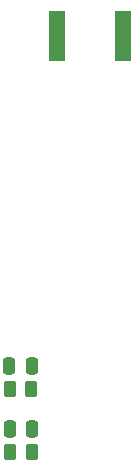
<source format=gbp>
%TF.GenerationSoftware,KiCad,Pcbnew,(7.0.0)*%
%TF.CreationDate,2023-11-22T19:41:51+05:30*%
%TF.ProjectId,Drone_Controller_3.0,44726f6e-655f-4436-9f6e-74726f6c6c65,rev?*%
%TF.SameCoordinates,Original*%
%TF.FileFunction,Paste,Bot*%
%TF.FilePolarity,Positive*%
%FSLAX46Y46*%
G04 Gerber Fmt 4.6, Leading zero omitted, Abs format (unit mm)*
G04 Created by KiCad (PCBNEW (7.0.0)) date 2023-11-22 19:41:51*
%MOMM*%
%LPD*%
G01*
G04 APERTURE LIST*
G04 Aperture macros list*
%AMRoundRect*
0 Rectangle with rounded corners*
0 $1 Rounding radius*
0 $2 $3 $4 $5 $6 $7 $8 $9 X,Y pos of 4 corners*
0 Add a 4 corners polygon primitive as box body*
4,1,4,$2,$3,$4,$5,$6,$7,$8,$9,$2,$3,0*
0 Add four circle primitives for the rounded corners*
1,1,$1+$1,$2,$3*
1,1,$1+$1,$4,$5*
1,1,$1+$1,$6,$7*
1,1,$1+$1,$8,$9*
0 Add four rect primitives between the rounded corners*
20,1,$1+$1,$2,$3,$4,$5,0*
20,1,$1+$1,$4,$5,$6,$7,0*
20,1,$1+$1,$6,$7,$8,$9,0*
20,1,$1+$1,$8,$9,$2,$3,0*%
G04 Aperture macros list end*
%ADD10R,1.350000X4.200000*%
%ADD11RoundRect,0.250000X0.262500X0.450000X-0.262500X0.450000X-0.262500X-0.450000X0.262500X-0.450000X0*%
%ADD12RoundRect,0.250000X0.250000X0.475000X-0.250000X0.475000X-0.250000X-0.475000X0.250000X-0.475000X0*%
%ADD13RoundRect,0.250000X-0.250000X-0.475000X0.250000X-0.475000X0.250000X0.475000X-0.250000X0.475000X0*%
%ADD14RoundRect,0.250000X-0.262500X-0.450000X0.262500X-0.450000X0.262500X0.450000X-0.262500X0.450000X0*%
G04 APERTURE END LIST*
D10*
%TO.C,J1*%
X140086599Y-47828199D03*
X134436599Y-47828199D03*
%TD*%
D11*
%TO.C,R11*%
X132279400Y-77724000D03*
X130454400Y-77724000D03*
%TD*%
D12*
%TO.C,C24*%
X132318800Y-75793600D03*
X130418800Y-75793600D03*
%TD*%
D13*
%TO.C,C22*%
X130469600Y-81076800D03*
X132369600Y-81076800D03*
%TD*%
D14*
%TO.C,FB1*%
X130505200Y-83007200D03*
X132330200Y-83007200D03*
%TD*%
M02*

</source>
